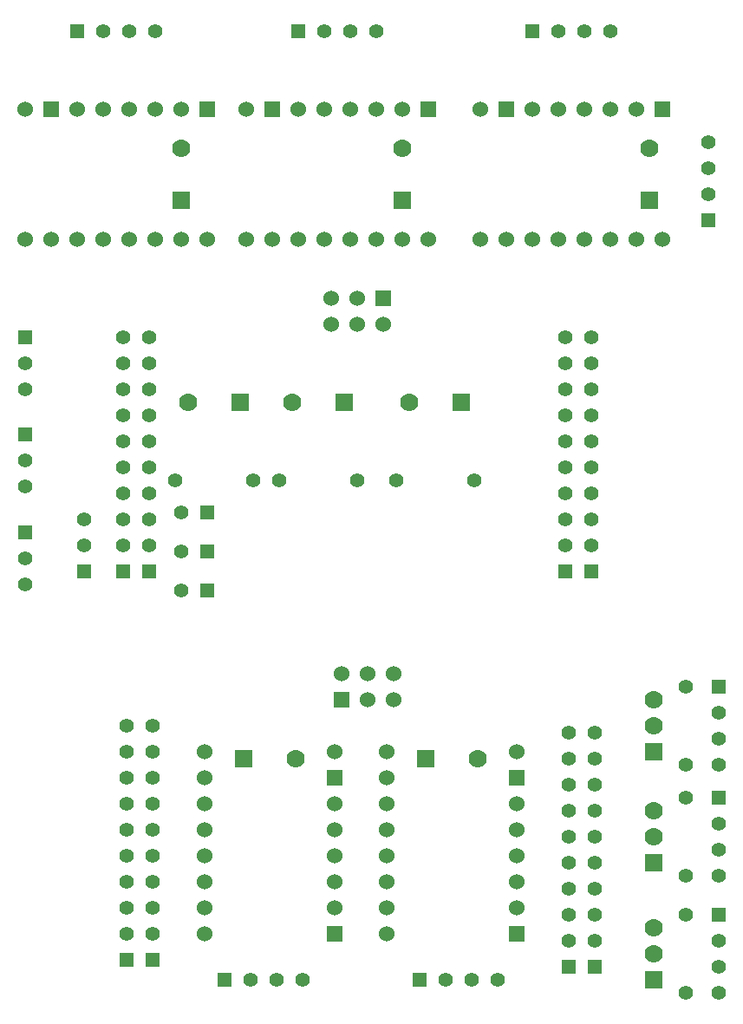
<source format=gts>
G04 (created by PCBNEW (2012-nov-02)-testing) date Mon 24 Dec 2012 01:36:53 PM MST*
%MOIN*%
G04 Gerber Fmt 3.4, Leading zero omitted, Abs format*
%FSLAX34Y34*%
G01*
G70*
G90*
G04 APERTURE LIST*
%ADD10C,0.006*%
%ADD11R,0.06X0.06*%
%ADD12C,0.06*%
%ADD13R,0.055X0.055*%
%ADD14C,0.055*%
%ADD15R,0.07X0.07*%
%ADD16C,0.07*%
G04 APERTURE END LIST*
G54D10*
G54D11*
X13500Y-9000D03*
G54D12*
X12500Y-9000D03*
X11500Y-9000D03*
X10500Y-9000D03*
X9500Y-9000D03*
X8500Y-9000D03*
G54D11*
X7500Y-9000D03*
G54D12*
X6500Y-9000D03*
X6500Y-14000D03*
X7500Y-14000D03*
X8500Y-14000D03*
X9500Y-14000D03*
X10500Y-14000D03*
X11500Y-14000D03*
X12500Y-14000D03*
X13500Y-14000D03*
G54D11*
X22000Y-9000D03*
G54D12*
X21000Y-9000D03*
X20000Y-9000D03*
X19000Y-9000D03*
X18000Y-9000D03*
X17000Y-9000D03*
G54D11*
X16000Y-9000D03*
G54D12*
X15000Y-9000D03*
X15000Y-14000D03*
X16000Y-14000D03*
X17000Y-14000D03*
X18000Y-14000D03*
X19000Y-14000D03*
X20000Y-14000D03*
X21000Y-14000D03*
X22000Y-14000D03*
G54D11*
X31000Y-9000D03*
G54D12*
X30000Y-9000D03*
X29000Y-9000D03*
X28000Y-9000D03*
X27000Y-9000D03*
X26000Y-9000D03*
G54D11*
X25000Y-9000D03*
G54D12*
X24000Y-9000D03*
X24000Y-14000D03*
X25000Y-14000D03*
X26000Y-14000D03*
X27000Y-14000D03*
X28000Y-14000D03*
X29000Y-14000D03*
X30000Y-14000D03*
X31000Y-14000D03*
G54D13*
X8500Y-6000D03*
G54D14*
X9500Y-6000D03*
X10500Y-6000D03*
X11500Y-6000D03*
G54D13*
X26000Y-6000D03*
G54D14*
X27000Y-6000D03*
X28000Y-6000D03*
X29000Y-6000D03*
G54D13*
X17000Y-6000D03*
G54D14*
X18000Y-6000D03*
X19000Y-6000D03*
X20000Y-6000D03*
G54D15*
X30500Y-12500D03*
G54D16*
X30500Y-10500D03*
G54D15*
X21000Y-12500D03*
G54D16*
X21000Y-10500D03*
G54D15*
X12500Y-12500D03*
G54D16*
X12500Y-10500D03*
G54D13*
X6500Y-25250D03*
G54D14*
X6500Y-26250D03*
X6500Y-27250D03*
G54D13*
X6500Y-21500D03*
G54D14*
X6500Y-22500D03*
X6500Y-23500D03*
G54D13*
X6500Y-17750D03*
G54D14*
X6500Y-18750D03*
X6500Y-19750D03*
G54D13*
X27250Y-26750D03*
G54D14*
X27250Y-25750D03*
X27250Y-24750D03*
X27250Y-23750D03*
X27250Y-22750D03*
X27250Y-21750D03*
X27250Y-20750D03*
X27250Y-19750D03*
X27250Y-18750D03*
X27250Y-17750D03*
G54D13*
X28250Y-26750D03*
G54D14*
X28250Y-25750D03*
X28250Y-24750D03*
X28250Y-23750D03*
X28250Y-22750D03*
X28250Y-21750D03*
X28250Y-20750D03*
X28250Y-19750D03*
X28250Y-18750D03*
X28250Y-17750D03*
G54D13*
X10250Y-26750D03*
G54D14*
X10250Y-25750D03*
X10250Y-24750D03*
X10250Y-23750D03*
X10250Y-22750D03*
X10250Y-21750D03*
X10250Y-20750D03*
X10250Y-19750D03*
X10250Y-18750D03*
X10250Y-17750D03*
G54D11*
X20250Y-16250D03*
G54D12*
X20250Y-17250D03*
X19250Y-16250D03*
X19250Y-17250D03*
X18250Y-16250D03*
X18250Y-17250D03*
G54D13*
X32750Y-13250D03*
G54D14*
X32750Y-12250D03*
X32750Y-11250D03*
X32750Y-10250D03*
G54D13*
X13500Y-24500D03*
G54D14*
X12500Y-24500D03*
G54D13*
X13500Y-26000D03*
G54D14*
X12500Y-26000D03*
G54D13*
X13500Y-27500D03*
G54D14*
X12500Y-27500D03*
X12250Y-23250D03*
X15250Y-23250D03*
X16250Y-23250D03*
X19250Y-23250D03*
X20750Y-23250D03*
X23750Y-23250D03*
G54D15*
X14750Y-20250D03*
G54D16*
X12750Y-20250D03*
G54D15*
X18750Y-20250D03*
G54D16*
X16750Y-20250D03*
G54D15*
X23250Y-20250D03*
G54D16*
X21250Y-20250D03*
G54D13*
X11250Y-26750D03*
G54D14*
X11250Y-25750D03*
X11250Y-24750D03*
X11250Y-23750D03*
X11250Y-22750D03*
X11250Y-21750D03*
X11250Y-20750D03*
X11250Y-19750D03*
X11250Y-18750D03*
X11250Y-17750D03*
G54D13*
X8750Y-26750D03*
G54D14*
X8750Y-25750D03*
X8750Y-24750D03*
G54D13*
X33150Y-31200D03*
G54D14*
X33150Y-32200D03*
X33150Y-33200D03*
X33150Y-34200D03*
G54D13*
X33150Y-35450D03*
G54D14*
X33150Y-36450D03*
X33150Y-37450D03*
X33150Y-38450D03*
G54D13*
X21650Y-42450D03*
G54D14*
X22650Y-42450D03*
X23650Y-42450D03*
X24650Y-42450D03*
G54D13*
X14150Y-42450D03*
G54D14*
X15150Y-42450D03*
X16150Y-42450D03*
X17150Y-42450D03*
G54D13*
X33150Y-39950D03*
G54D14*
X33150Y-40950D03*
X33150Y-41950D03*
X33150Y-42950D03*
G54D13*
X10400Y-41700D03*
G54D14*
X10400Y-40700D03*
X10400Y-39700D03*
X10400Y-38700D03*
X10400Y-37700D03*
X10400Y-36700D03*
X10400Y-35700D03*
X10400Y-34700D03*
X10400Y-33700D03*
X10400Y-32700D03*
G54D13*
X27400Y-41950D03*
G54D14*
X27400Y-40950D03*
X27400Y-39950D03*
X27400Y-38950D03*
X27400Y-37950D03*
X27400Y-36950D03*
X27400Y-35950D03*
X27400Y-34950D03*
X27400Y-33950D03*
X27400Y-32950D03*
G54D13*
X11400Y-41700D03*
G54D14*
X11400Y-40700D03*
X11400Y-39700D03*
X11400Y-38700D03*
X11400Y-37700D03*
X11400Y-36700D03*
X11400Y-35700D03*
X11400Y-34700D03*
X11400Y-33700D03*
X11400Y-32700D03*
G54D13*
X28400Y-41950D03*
G54D14*
X28400Y-40950D03*
X28400Y-39950D03*
X28400Y-38950D03*
X28400Y-37950D03*
X28400Y-36950D03*
X28400Y-35950D03*
X28400Y-34950D03*
X28400Y-33950D03*
X28400Y-32950D03*
X31900Y-39950D03*
X31900Y-42950D03*
X31900Y-35450D03*
X31900Y-38450D03*
X31900Y-31200D03*
X31900Y-34200D03*
G54D11*
X18650Y-31700D03*
G54D12*
X18650Y-30700D03*
X19650Y-31700D03*
X19650Y-30700D03*
X20650Y-31700D03*
X20650Y-30700D03*
G54D15*
X14900Y-33950D03*
G54D16*
X16900Y-33950D03*
G54D15*
X21900Y-33950D03*
G54D16*
X23900Y-33950D03*
G54D11*
X25400Y-40700D03*
G54D12*
X25400Y-39700D03*
X25400Y-38700D03*
X25400Y-37700D03*
X25400Y-36700D03*
X25400Y-35700D03*
G54D11*
X25400Y-34700D03*
G54D12*
X25400Y-33700D03*
X20400Y-33700D03*
X20400Y-34700D03*
X20400Y-35700D03*
X20400Y-36700D03*
X20400Y-37700D03*
X20400Y-38700D03*
X20400Y-39700D03*
X20400Y-40700D03*
G54D11*
X18400Y-40700D03*
G54D12*
X18400Y-39700D03*
X18400Y-38700D03*
X18400Y-37700D03*
X18400Y-36700D03*
X18400Y-35700D03*
G54D11*
X18400Y-34700D03*
G54D12*
X18400Y-33700D03*
X13400Y-33700D03*
X13400Y-34700D03*
X13400Y-35700D03*
X13400Y-36700D03*
X13400Y-37700D03*
X13400Y-38700D03*
X13400Y-39700D03*
X13400Y-40700D03*
G54D16*
X30650Y-40450D03*
X30650Y-41450D03*
G54D15*
X30650Y-42450D03*
G54D16*
X30650Y-35950D03*
X30650Y-36950D03*
G54D15*
X30650Y-37950D03*
G54D16*
X30650Y-31700D03*
X30650Y-32700D03*
G54D15*
X30650Y-33700D03*
M02*

</source>
